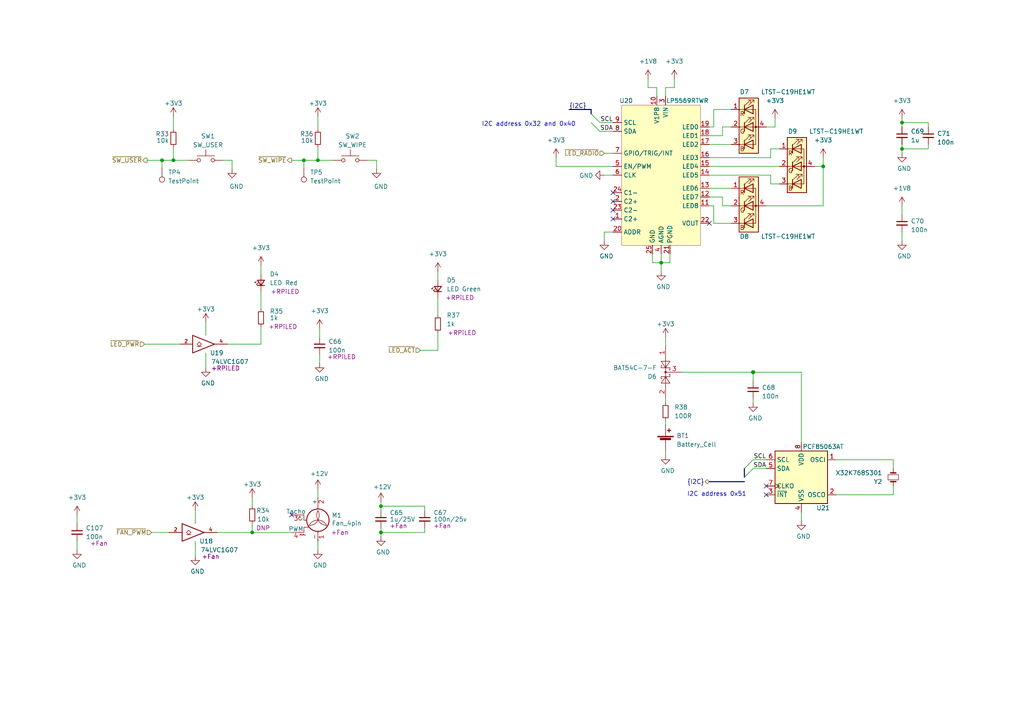
<source format=kicad_sch>
(kicad_sch (version 20210406) (generator eeschema)
  (paper "A4")
  (title_block (title "Control/RTC") (date "2021-01-12") (rev "0.1") (company "Nabu Casa") (comment 1 "www.nabucasa.com") (comment 2 "Light Blue"))
  (lib_symbols
    (symbol "74xGxx:74LVC1G07" (pin_names (offset 1.016))
      (property "Reference" "U" (at -2.54 3.81 0))
      (property "Value" "74LVC1G07" (at 0 -3.81 0))
      (symbol "74LVC1G07_0_1"
        (polyline (pts (xy -2.54 -0.635) (xy -1.27 -0.635)))
        (polyline (pts (xy -3.81 2.54) (xy -3.81 -2.54) (xy 2.54 0) (xy -3.81 2.54)) (stroke (width 0.254)))
        (polyline (pts (xy -1.905 0.635) (xy -2.54 0) (xy -1.905 -0.635) (xy -1.27 0) (xy -1.905 0.635)))
      )
      (symbol "74LVC1G07_1_1"
        (pin input line (at -7.62 0 0) (length 3.81) (name "~") (number "2"))
        (pin power_in line (at 0 -2.54 270) (length 0) hide (name "GND") (number "3"))
        (pin open_collector line (at 6.35 0 180) (length 3.81) (name "~") (number "4"))
        (pin power_in line (at 0 2.54 90) (length 0) hide (name "VCC") (number "5"))
      )
    )
    (symbol "Connector:TestPoint" (pin_numbers hide) (pin_names (offset 0.762) hide)
      (property "Reference" "TP" (at 0 6.858 0))
      (property "Value" "TestPoint" (at 0 5.08 0))
      (symbol "TestPoint_0_1"
        (circle (center 0 3.302) (radius 0.762))
      )
      (symbol "TestPoint_1_1"
        (pin passive line (at 0 0 90) (length 2.54) (name "1") (number "1"))
      )
    )
    (symbol "Device:Battery_Cell" (pin_numbers hide) (pin_names (offset 0) hide)
      (property "Reference" "BT" (at 2.54 2.54 0))
      (property "Value" "Battery_Cell" (at 2.54 0 0))
      (symbol "Battery_Cell_0_1"
        (rectangle (start -2.286 1.778) (end 2.286 1.524) (fill (type outline)))
        (rectangle (start -1.5748 1.1938) (end 1.4732 0.6858) (fill (type outline)))
        (polyline (pts (xy 0 0.762) (xy 0 0)))
        (polyline (pts (xy 0 1.778) (xy 0 2.54)))
        (polyline (pts (xy 0.508 3.429) (xy 1.524 3.429)) (stroke (width 0.254)))
        (polyline (pts (xy 1.016 3.937) (xy 1.016 2.921)) (stroke (width 0.254)))
      )
      (symbol "Battery_Cell_1_1"
        (pin passive line (at 0 5.08 270) (length 2.54) (name "+") (number "1"))
        (pin passive line (at 0 -2.54 90) (length 2.54) (name "-") (number "2"))
      )
    )
    (symbol "Device:C_Small" (pin_numbers hide) (pin_names (offset 0.254) hide)
      (property "Reference" "C" (at 0.254 1.778 0))
      (property "Value" "C_Small" (at 0.254 -2.032 0))
      (symbol "C_Small_0_1"
        (polyline (pts (xy -1.524 -0.508) (xy 1.524 -0.508)) (stroke (width 0.3302)))
        (polyline (pts (xy -1.524 0.508) (xy 1.524 0.508)) (stroke (width 0.3048)))
      )
      (symbol "C_Small_1_1"
        (pin passive line (at 0 2.54 270) (length 2.032) (name "~") (number "1"))
        (pin passive line (at 0 -2.54 90) (length 2.032) (name "~") (number "2"))
      )
    )
    (symbol "Device:Crystal_Small" (pin_numbers hide) (pin_names (offset 1.016) hide)
      (property "Reference" "Y" (at 0 2.54 0))
      (property "Value" "Crystal_Small" (at 0 -2.54 0))
      (symbol "Crystal_Small_0_1"
        (rectangle (start -0.762 -1.524) (end 0.762 1.524))
        (polyline (pts (xy -1.27 -0.762) (xy -1.27 0.762)) (stroke (width 0.381)))
        (polyline (pts (xy 1.27 -0.762) (xy 1.27 0.762)) (stroke (width 0.381)))
      )
      (symbol "Crystal_Small_1_1"
        (pin passive line (at -2.54 0 0) (length 1.27) (name "1") (number "1"))
        (pin passive line (at 2.54 0 180) (length 1.27) (name "2") (number "2"))
      )
    )
    (symbol "Device:LED_RGBA" (pin_names (offset 0) hide)
      (property "Reference" "D" (at 0 9.398 0))
      (property "Value" "LED_RGBA" (at 0 -8.89 0))
      (symbol "LED_RGBA_0_0"
        (text "B" (at -1.905 -6.35 0) (effects (font (size 1.27 1.27))))
        (text "G" (at -1.905 -1.27 0) (effects (font (size 1.27 1.27))))
        (text "R" (at -1.905 3.81 0) (effects (font (size 1.27 1.27))))
      )
      (symbol "LED_RGBA_0_1"
        (circle (center 2.032 0) (radius 0.254) (fill (type outline)))
        (rectangle (start 1.27 -1.27) (end 1.27 1.27))
        (rectangle (start 1.27 1.27) (end 1.27 1.27))
        (rectangle (start 1.27 3.81) (end 1.27 6.35))
        (rectangle (start 1.27 6.35) (end 1.27 6.35))
        (rectangle (start 2.794 8.382) (end -2.794 -7.62) (stroke (width 0.254)) (fill (type background)))
        (polyline (pts (xy -1.27 -5.08) (xy -2.54 -5.08)))
        (polyline (pts (xy -1.27 -5.08) (xy 1.27 -5.08)))
        (polyline (pts (xy -1.27 -3.81) (xy -1.27 -6.35)) (stroke (width 0.254)))
        (polyline (pts (xy -1.27 0) (xy -2.54 0)))
        (polyline (pts (xy -1.27 1.27) (xy -1.27 -1.27)) (stroke (width 0.254)))
        (polyline (pts (xy -1.27 5.08) (xy -2.54 5.08)))
        (polyline (pts (xy -1.27 5.08) (xy 1.27 5.08)))
        (polyline (pts (xy -1.27 6.35) (xy -1.27 3.81)) (stroke (width 0.254)))
        (polyline (pts (xy 1.27 0) (xy -1.27 0)))
        (polyline (pts (xy 1.27 0) (xy 2.54 0)))
        (polyline (pts (xy -1.27 1.27) (xy -1.27 -1.27) (xy -1.27 -1.27)))
        (polyline (pts (xy -1.27 6.35) (xy -1.27 3.81) (xy -1.27 3.81)))
        (polyline (pts (xy 1.27 -5.08) (xy 2.032 -5.08) (xy 2.032 5.08) (xy 1.27 5.08)))
        (polyline (pts (xy 1.27 -3.81) (xy 1.27 -6.35) (xy -1.27 -5.08) (xy 1.27 -3.81)) (stroke (width 0.254)))
        (polyline (pts (xy 1.27 1.27) (xy 1.27 -1.27) (xy -1.27 0) (xy 1.27 1.27)) (stroke (width 0.254)))
        (polyline (pts (xy 1.27 6.35) (xy 1.27 3.81) (xy -1.27 5.08) (xy 1.27 6.35)) (stroke (width 0.254)))
        (polyline (pts (xy -1.016 -3.81) (xy 0.508 -2.286) (xy -0.254 -2.286) (xy 0.508 -2.286) (xy 0.508 -3.048)))
        (polyline (pts (xy -1.016 1.27) (xy 0.508 2.794) (xy -0.254 2.794) (xy 0.508 2.794) (xy 0.508 2.032)))
        (polyline (pts (xy -1.016 6.35) (xy 0.508 7.874) (xy -0.254 7.874) (xy 0.508 7.874) (xy 0.508 7.112)))
        (polyline (pts (xy 0 -3.81) (xy 1.524 -2.286) (xy 0.762 -2.286) (xy 1.524 -2.286) (xy 1.524 -3.048)))
        (polyline (pts (xy 0 1.27) (xy 1.524 2.794) (xy 0.762 2.794) (xy 1.524 2.794) (xy 1.524 2.032)))
        (polyline (pts (xy 0 6.35) (xy 1.524 7.874) (xy 0.762 7.874) (xy 1.524 7.874) (xy 1.524 7.112)))
      )
      (symbol "LED_RGBA_1_1"
        (pin passive line (at -5.08 5.08 0) (length 2.54) (name "RK") (number "1"))
        (pin passive line (at -5.08 0 0) (length 2.54) (name "GK") (number "2"))
        (pin passive line (at -5.08 -5.08 0) (length 2.54) (name "BK") (number "3"))
        (pin passive line (at 5.08 0 180) (length 2.54) (name "A") (number "4"))
      )
    )
    (symbol "Device:LED_Small" (pin_numbers hide) (pin_names (offset 0.254) hide)
      (property "Reference" "D" (at -1.27 3.175 0))
      (property "Value" "LED_Small" (at -4.445 -2.54 0))
      (symbol "LED_Small_0_1"
        (polyline (pts (xy -0.762 -1.016) (xy -0.762 1.016)) (stroke (width 0.254)))
        (polyline (pts (xy 1.016 0) (xy -0.762 0)))
        (polyline (pts (xy 0.762 -1.016) (xy -0.762 0) (xy 0.762 1.016) (xy 0.762 -1.016)) (stroke (width 0.254)))
        (polyline (pts (xy 0 0.762) (xy -0.508 1.27) (xy -0.254 1.27) (xy -0.508 1.27) (xy -0.508 1.016)))
        (polyline (pts (xy 0.508 1.27) (xy 0 1.778) (xy 0.254 1.778) (xy 0 1.778) (xy 0 1.524)))
      )
      (symbol "LED_Small_1_1"
        (pin passive line (at -2.54 0 0) (length 1.778) (name "K") (number "1"))
        (pin passive line (at 2.54 0 180) (length 1.778) (name "A") (number "2"))
      )
    )
    (symbol "Device:R_Small" (pin_numbers hide) (pin_names (offset 0.254) hide)
      (property "Reference" "R" (at 0.762 0.508 0))
      (property "Value" "R_Small" (at 0.762 -1.016 0))
      (symbol "R_Small_0_1"
        (rectangle (start -0.762 1.778) (end 0.762 -1.778) (stroke (width 0.2032)))
      )
      (symbol "R_Small_1_1"
        (pin passive line (at 0 2.54 270) (length 0.762) (name "~") (number "1"))
        (pin passive line (at 0 -2.54 90) (length 0.762) (name "~") (number "2"))
      )
    )
    (symbol "Diode:BAT54C" (pin_names (offset 1.016))
      (property "Reference" "D" (at 0.635 -3.81 0))
      (property "Value" "BAT54C" (at -6.35 3.175 0))
      (symbol "BAT54C_0_1"
        (circle (center 0 0) (radius 0.254) (fill (type outline)))
        (polyline (pts (xy -1.905 0) (xy 1.905 0)))
        (polyline (pts (xy -1.905 1.27) (xy -1.905 1.016)))
        (polyline (pts (xy -1.27 -1.27) (xy -0.635 -1.27)))
        (polyline (pts (xy -1.27 0) (xy -3.81 0)))
        (polyline (pts (xy -1.27 1.27) (xy -1.905 1.27)))
        (polyline (pts (xy -1.27 1.27) (xy -1.27 -1.27)))
        (polyline (pts (xy -0.635 -1.27) (xy -0.635 -1.016)))
        (polyline (pts (xy 0.635 -1.27) (xy 0.635 -1.016)))
        (polyline (pts (xy 1.27 -1.27) (xy 0.635 -1.27)))
        (polyline (pts (xy 1.27 1.27) (xy 1.27 -1.27)))
        (polyline (pts (xy 1.27 1.27) (xy 1.905 1.27)))
        (polyline (pts (xy 1.905 1.27) (xy 1.905 1.016)))
        (polyline (pts (xy 3.81 0) (xy 1.27 0)))
        (polyline (pts (xy -3.175 -1.27) (xy -3.175 1.27) (xy -1.27 0) (xy -3.175 -1.27)))
        (polyline (pts (xy 3.175 -1.27) (xy 3.175 1.27) (xy 1.27 0) (xy 3.175 -1.27)))
      )
      (symbol "BAT54C_1_1"
        (pin passive line (at -7.62 0 0) (length 3.81) (name "~") (number "1"))
        (pin passive line (at 7.62 0 180) (length 3.81) (name "~") (number "2"))
        (pin passive line (at 0 -5.08 90) (length 5.08) (name "~") (number "3"))
      )
    )
    (symbol "LightBlue:LP5569"
      (property "Reference" "U" (at -10.16 21.59 0))
      (property "Value" "LP5569" (at 7.62 21.59 0))
      (symbol "LP5569_0_1"
        (rectangle (start -11.43 20.32) (end 11.43 -20.32) (stroke (width 0.0006)) (fill (type background)))
      )
      (symbol "LP5569_1_1"
        (pin input line (at -13.97 -12.7 0) (length 2.54) (name "C2+") (number "1"))
        (pin input line (at -1.27 22.86 270) (length 2.54) (name "V1P8") (number "10"))
        (pin output line (at 13.97 -8.89 180) (length 2.54) (name "LED8") (number "11"))
        (pin output line (at 13.97 -6.35 180) (length 2.54) (name "LED7") (number "12"))
        (pin output line (at 13.97 -3.81 180) (length 2.54) (name "LED6") (number "13"))
        (pin output line (at 13.97 0 180) (length 2.54) (name "LED5") (number "14"))
        (pin output line (at 13.97 2.54 180) (length 2.54) (name "LED4") (number "15"))
        (pin output line (at 13.97 5.08 180) (length 2.54) (name "LED3") (number "16"))
        (pin output line (at 13.97 8.89 180) (length 2.54) (name "LED2") (number "17"))
        (pin output line (at 13.97 11.43 180) (length 2.54) (name "LED1") (number "18"))
        (pin output line (at 13.97 13.97 180) (length 2.54) (name "LED0") (number "19"))
        (pin input line (at -13.97 -7.62 0) (length 2.54) (name "C2+") (number "2"))
        (pin input line (at -13.97 -16.51 0) (length 2.54) (name "ADDR") (number "20"))
        (pin input line (at 2.54 -22.86 90) (length 2.54) (name "PGND") (number "21"))
        (pin output line (at 13.97 -13.97 180) (length 2.54) (name "VOUT") (number "22"))
        (pin input line (at -13.97 -10.16 0) (length 2.54) (name "C2-") (number "23"))
        (pin input line (at -13.97 -5.08 0) (length 2.54) (name "C1-") (number "24"))
        (pin input line (at -2.54 -22.86 90) (length 2.54) (name "GND") (number "25"))
        (pin input line (at 1.27 22.86 270) (length 2.54) (name "VIN") (number "3"))
        (pin input line (at 0 -22.86 90) (length 2.54) (name "AGND") (number "4"))
        (pin input line (at -13.97 2.54 0) (length 2.54) (name "EN/PWM") (number "5"))
        (pin input line (at -13.97 0 0) (length 2.54) (name "CLK") (number "6"))
        (pin input line (at -13.97 6.35 0) (length 2.54) (name "GPIO/TRIG/INT") (number "7"))
        (pin bidirectional line (at -13.97 12.7 0) (length 2.54) (name "SDA") (number "8"))
        (pin input line (at -13.97 15.24 0) (length 2.54) (name "SCL") (number "9"))
      )
    )
    (symbol "Motor:Fan_4pin" (pin_names (offset 0))
      (property "Reference" "M" (at 2.54 5.08 0))
      (property "Value" "Fan_4pin" (at 2.54 -2.54 0))
      (symbol "Fan_4pin_0_0"
        (arc (start -5.588 1.524) (end -5.08 2.032) (radius (at -5.08 1.524) (length 0.508) (angles 180 90)))
        (arc (start -5.588 1.524) (end -4.572 1.524) (radius (at -5.08 1.524) (length 0.508) (angles -179.9 -0.1)))
        (polyline (pts (xy -5.08 2.032) (xy -5.334 2.159)))
        (polyline (pts (xy -5.08 2.032) (xy -5.207 1.778)))
        (polyline (pts (xy -4.064 2.54) (xy -4.064 1.016) (xy -3.302 1.016)))
      )
      (symbol "Fan_4pin_0_1"
        (arc (start 0 3.81) (end -2.54 -0.508) (radius (at -2.4892 2.3876) (length 2.8702) (angles 29.7 -91)))
        (arc (start -2.54 -0.508) (end 2.54 -0.508) (radius (at 0 -1.778) (length 2.8448) (angles 153.4 26.6)))
        (arc (start 2.54 -0.508) (end 0 3.81) (radius (at 2.6162 2.413) (length 2.921) (angles -91.5 151.9)))
        (circle (center 0 1.016) (radius 3.2512) (stroke (width 0.254)))
        (polyline (pts (xy -4.064 2.54) (xy -5.08 2.54)))
        (polyline (pts (xy 0 -5.08) (xy 0 -4.572)))
        (polyline (pts (xy 0 -2.2352) (xy 0 -2.6416)))
        (polyline (pts (xy 0 4.2672) (xy 0 4.6228)))
        (polyline (pts (xy 0 4.572) (xy 0 5.08)))
        (polyline (pts (xy -2.54 -1.016) (xy -4.064 -1.016) (xy -4.064 -2.54) (xy -5.08 -2.54)))
        (polyline (pts (xy -5.334 -3.302) (xy -5.08 -3.302) (xy -5.08 -3.048) (xy -4.826 -3.048) (xy -4.826 -3.302) (xy -4.318 -3.302) (xy -4.318 -3.048) (xy -4.064 -3.048) (xy -4.064 -3.302) (xy -3.556 -3.302)))
      )
      (symbol "Fan_4pin_1_1"
        (pin passive line (at 0 -5.08 90) (length 2.54) (name "-") (number "1"))
        (pin passive line (at 0 7.62 270) (length 2.54) (name "+") (number "2"))
        (pin passive line (at -7.62 2.54 0) (length 2.54) (name "Tacho") (number "3"))
        (pin input line (at -7.62 -2.54 0) (length 2.54) (name "PWM") (number "4"))
      )
    )
    (symbol "Switch:SW_Push" (pin_numbers hide) (pin_names (offset 1.016) hide)
      (property "Reference" "SW" (at 1.27 2.54 0))
      (property "Value" "SW_Push" (at 0 -1.524 0))
      (symbol "SW_Push_0_1"
        (circle (center -2.032 0) (radius 0.508))
        (circle (center 2.032 0) (radius 0.508))
        (polyline (pts (xy 0 1.27) (xy 0 3.048)))
        (polyline (pts (xy 2.54 1.27) (xy -2.54 1.27)))
        (pin passive line (at -5.08 0 0) (length 2.54) (name "1") (number "1"))
        (pin passive line (at 5.08 0 180) (length 2.54) (name "2") (number "2"))
      )
    )
    (symbol "Timer_RTC:PCF8563T"
      (property "Reference" "U" (at -7.62 8.89 0))
      (property "Value" "PCF8563T" (at 2.54 8.89 0))
      (symbol "PCF8563T_0_1"
        (rectangle (start -7.62 7.62) (end 7.62 -7.62) (stroke (width 0.254)) (fill (type background)))
      )
      (symbol "PCF8563T_1_1"
        (pin input line (at -10.16 5.08 0) (length 2.54) (name "OSCI") (number "1"))
        (pin output line (at -10.16 -5.08 0) (length 2.54) (name "OSCO") (number "2"))
        (pin output line (at 10.16 -5.08 180) (length 2.54) (name "~INT~") (number "3"))
        (pin power_in line (at 0 -10.16 90) (length 2.54) (name "VSS") (number "4"))
        (pin bidirectional line (at 10.16 2.54 180) (length 2.54) (name "SDA") (number "5"))
        (pin input line (at 10.16 5.08 180) (length 2.54) (name "SCL") (number "6"))
        (pin output clock (at 10.16 -2.54 180) (length 2.54) (name "CLKO") (number "7"))
        (pin power_in line (at 0 10.16 270) (length 2.54) (name "VDD") (number "8"))
      )
    )
    (symbol "power:+12V" (power) (pin_names (offset 0))
      (property "Value" "+12V" (at 0 3.556 0))
      (symbol "+12V_0_1"
        (polyline (pts (xy -0.762 1.27) (xy 0 2.54)))
        (polyline (pts (xy 0 0) (xy 0 2.54)))
        (polyline (pts (xy 0 2.54) (xy 0.762 1.27)))
      )
      (symbol "+12V_1_1"
        (pin power_in line (at 0 0 90) (length 0) hide (name "+12V") (number "1"))
      )
    )
    (symbol "power:+1V8" (power) (pin_names (offset 0))
      (property "Value" "+1V8" (at 0 3.556 0))
      (symbol "+1V8_0_1"
        (polyline (pts (xy -0.762 1.27) (xy 0 2.54)))
        (polyline (pts (xy 0 0) (xy 0 2.54)))
        (polyline (pts (xy 0 2.54) (xy 0.762 1.27)))
      )
      (symbol "+1V8_1_1"
        (pin power_in line (at 0 0 90) (length 0) hide (name "+1V8") (number "1"))
      )
    )
    (symbol "power:+3V3" (power) (pin_names (offset 0))
      (property "Value" "+3V3" (at 0 3.556 0))
      (symbol "+3V3_0_1"
        (polyline (pts (xy -0.762 1.27) (xy 0 2.54)))
        (polyline (pts (xy 0 0) (xy 0 2.54)))
        (polyline (pts (xy 0 2.54) (xy 0.762 1.27)))
      )
      (symbol "+3V3_1_1"
        (pin power_in line (at 0 0 90) (length 0) hide (name "+3V3") (number "1"))
      )
    )
    (symbol "power:GND" (power) (pin_names (offset 0))
      (property "Value" "GND" (at 0 -3.81 0))
      (symbol "GND_0_1"
        (polyline (pts (xy 0 0) (xy 0 -1.27) (xy 1.27 -1.27) (xy 0 -2.54) (xy -1.27 -1.27) (xy 0 -1.27)))
      )
      (symbol "GND_1_1"
        (pin power_in line (at 0 0 270) (length 0) hide (name "GND") (number "1"))
      )
    )
  )
  (junction (at 46.99 46.482) (diameter 0.9144))
  (junction (at 50.292 46.482) (diameter 0.9144))
  (junction (at 73.152 154.432) (diameter 0.9144))
  (junction (at 88.138 46.482) (diameter 0.9144))
  (junction (at 92.202 46.482) (diameter 0.9144))
  (junction (at 110.49 146.812) (diameter 0.9144))
  (junction (at 110.49 154.432) (diameter 0.9144))
  (junction (at 191.77 76.2) (diameter 0.9144))
  (junction (at 218.44 107.95) (diameter 1.016))
  (junction (at 238.76 48.26) (diameter 0.9144))
  (junction (at 261.62 35.56) (diameter 0.9144))
  (junction (at 261.62 43.18) (diameter 0.9144))
  (no_connect (at 84.582 149.352))
  (no_connect (at 177.8 55.88))
  (no_connect (at 177.8 58.42))
  (no_connect (at 177.8 60.96))
  (no_connect (at 177.8 63.5))
  (no_connect (at 205.74 64.77))
  (no_connect (at 222.25 140.97))
  (no_connect (at 222.25 143.51))
  (bus_entry (at 171.45 33.02) (size 2.54 2.54) (stroke (width 0.1524)))
  (bus_entry (at 171.45 35.56) (size 2.54 2.54) (stroke (width 0.1524)))
  (bus_entry (at 215.9 135.89) (size 2.54 -2.54) (stroke (width 0.1524)))
  (bus_entry (at 215.9 138.43) (size 2.54 -2.54) (stroke (width 0.1524)))
  (wire (pts (xy 22.352 149.352) (xy 22.352 151.892)))
  (wire (pts (xy 22.352 156.972) (xy 22.352 159.512)))
  (wire (pts (xy 41.91 99.822) (xy 52.07 99.822)))
  (wire (pts (xy 42.672 46.482) (xy 46.99 46.482)))
  (wire (pts (xy 43.942 154.432) (xy 49.022 154.432)))
  (wire (pts (xy 46.99 46.482) (xy 46.99 48.768)))
  (wire (pts (xy 46.99 46.482) (xy 50.292 46.482)))
  (wire (pts (xy 50.292 37.592) (xy 50.292 33.782)))
  (wire (pts (xy 50.292 42.672) (xy 50.292 46.482)))
  (wire (pts (xy 50.292 46.482) (xy 54.61 46.482)))
  (wire (pts (xy 56.642 148.082) (xy 56.642 151.892)))
  (wire (pts (xy 56.642 156.972) (xy 56.642 161.29)))
  (wire (pts (xy 59.69 93.472) (xy 59.69 97.282)))
  (wire (pts (xy 59.69 102.362) (xy 59.69 106.68)))
  (wire (pts (xy 62.992 154.432) (xy 73.152 154.432)))
  (wire (pts (xy 64.77 46.482) (xy 67.31 46.482)))
  (wire (pts (xy 66.04 99.822) (xy 75.692 99.822)))
  (wire (pts (xy 67.31 46.482) (xy 67.31 49.022)))
  (wire (pts (xy 73.152 146.812) (xy 73.152 144.272)))
  (wire (pts (xy 73.152 151.892) (xy 73.152 154.432)))
  (wire (pts (xy 73.152 154.432) (xy 84.582 154.432)))
  (wire (pts (xy 75.692 76.962) (xy 75.692 79.502)))
  (wire (pts (xy 75.692 84.582) (xy 75.692 89.662)))
  (wire (pts (xy 75.692 99.822) (xy 75.692 94.742)))
  (wire (pts (xy 84.582 46.482) (xy 88.138 46.482)))
  (wire (pts (xy 88.138 46.482) (xy 88.138 48.768)))
  (wire (pts (xy 88.138 46.482) (xy 92.202 46.482)))
  (wire (pts (xy 92.202 37.592) (xy 92.202 33.782)))
  (wire (pts (xy 92.202 42.672) (xy 92.202 46.482)))
  (wire (pts (xy 92.202 46.482) (xy 96.52 46.482)))
  (wire (pts (xy 92.202 141.732) (xy 92.202 144.272)))
  (wire (pts (xy 92.202 156.972) (xy 92.202 159.512)))
  (wire (pts (xy 92.71 95.25) (xy 92.71 97.79)))
  (wire (pts (xy 92.71 102.87) (xy 92.71 105.41)))
  (wire (pts (xy 106.68 46.482) (xy 109.22 46.482)))
  (wire (pts (xy 109.22 46.482) (xy 109.22 49.022)))
  (wire (pts (xy 110.49 145.542) (xy 110.49 146.812)))
  (wire (pts (xy 110.49 146.812) (xy 110.49 148.082)))
  (wire (pts (xy 110.49 146.812) (xy 123.19 146.812)))
  (wire (pts (xy 110.49 153.162) (xy 110.49 154.432)))
  (wire (pts (xy 110.49 154.432) (xy 110.49 155.702)))
  (wire (pts (xy 110.49 154.432) (xy 123.19 154.432)))
  (wire (pts (xy 121.92 101.6) (xy 127 101.6)))
  (wire (pts (xy 123.19 148.082) (xy 123.19 146.812)))
  (wire (pts (xy 123.19 153.162) (xy 123.19 154.432)))
  (wire (pts (xy 127 78.74) (xy 127 81.28)))
  (wire (pts (xy 127 86.36) (xy 127 91.44)))
  (wire (pts (xy 127 96.52) (xy 127 101.6)))
  (wire (pts (xy 161.29 45.72) (xy 161.29 48.26)))
  (wire (pts (xy 161.29 48.26) (xy 177.8 48.26)))
  (wire (pts (xy 175.26 44.45) (xy 177.8 44.45)))
  (wire (pts (xy 175.26 50.8) (xy 177.8 50.8)))
  (wire (pts (xy 175.26 67.31) (xy 177.8 67.31)))
  (wire (pts (xy 175.26 69.85) (xy 175.26 67.31)))
  (wire (pts (xy 177.8 35.56) (xy 173.99 35.56)))
  (wire (pts (xy 177.8 38.1) (xy 173.99 38.1)))
  (wire (pts (xy 187.96 22.86) (xy 187.96 25.4)))
  (wire (pts (xy 187.96 25.4) (xy 190.5 25.4)))
  (wire (pts (xy 189.23 73.66) (xy 189.23 76.2)))
  (wire (pts (xy 189.23 76.2) (xy 191.77 76.2)))
  (wire (pts (xy 190.5 25.4) (xy 190.5 27.94)))
  (wire (pts (xy 191.77 73.66) (xy 191.77 76.2)))
  (wire (pts (xy 191.77 76.2) (xy 191.77 78.74)))
  (wire (pts (xy 191.77 76.2) (xy 194.31 76.2)))
  (wire (pts (xy 193.04 25.4) (xy 193.04 27.94)))
  (wire (pts (xy 193.04 97.79) (xy 193.04 100.33)))
  (wire (pts (xy 193.04 115.57) (xy 193.04 116.84)))
  (wire (pts (xy 193.04 121.92) (xy 193.04 123.19)))
  (wire (pts (xy 193.04 130.81) (xy 193.04 132.08)))
  (wire (pts (xy 194.31 76.2) (xy 194.31 73.66)))
  (wire (pts (xy 195.58 22.86) (xy 195.58 25.4)))
  (wire (pts (xy 195.58 25.4) (xy 193.04 25.4)))
  (wire (pts (xy 198.12 107.95) (xy 218.44 107.95)))
  (wire (pts (xy 205.74 36.83) (xy 207.01 36.83)))
  (wire (pts (xy 205.74 39.37) (xy 209.55 39.37)))
  (wire (pts (xy 205.74 41.91) (xy 212.09 41.91)))
  (wire (pts (xy 205.74 45.72) (xy 223.52 45.72)))
  (wire (pts (xy 205.74 48.26) (xy 226.06 48.26)))
  (wire (pts (xy 205.74 50.8) (xy 223.52 50.8)))
  (wire (pts (xy 205.74 54.61) (xy 212.09 54.61)))
  (wire (pts (xy 205.74 57.15) (xy 209.55 57.15)))
  (wire (pts (xy 205.74 59.69) (xy 207.01 59.69)))
  (wire (pts (xy 207.01 31.75) (xy 212.09 31.75)))
  (wire (pts (xy 207.01 36.83) (xy 207.01 31.75)))
  (wire (pts (xy 207.01 59.69) (xy 207.01 64.77)))
  (wire (pts (xy 207.01 64.77) (xy 212.09 64.77)))
  (wire (pts (xy 209.55 36.83) (xy 212.09 36.83)))
  (wire (pts (xy 209.55 39.37) (xy 209.55 36.83)))
  (wire (pts (xy 209.55 57.15) (xy 209.55 59.69)))
  (wire (pts (xy 209.55 59.69) (xy 212.09 59.69)))
  (wire (pts (xy 218.44 107.95) (xy 218.44 110.49)))
  (wire (pts (xy 218.44 107.95) (xy 232.41 107.95)))
  (wire (pts (xy 218.44 115.57) (xy 218.44 116.84)))
  (wire (pts (xy 222.25 36.83) (xy 224.79 36.83)))
  (wire (pts (xy 222.25 59.69) (xy 238.76 59.69)))
  (wire (pts (xy 222.25 133.35) (xy 218.44 133.35)))
  (wire (pts (xy 222.25 135.89) (xy 218.44 135.89)))
  (wire (pts (xy 223.52 43.18) (xy 226.06 43.18)))
  (wire (pts (xy 223.52 45.72) (xy 223.52 43.18)))
  (wire (pts (xy 223.52 50.8) (xy 223.52 53.34)))
  (wire (pts (xy 223.52 53.34) (xy 226.06 53.34)))
  (wire (pts (xy 224.79 34.29) (xy 224.79 36.83)))
  (wire (pts (xy 232.41 107.95) (xy 232.41 128.27)))
  (wire (pts (xy 232.41 148.59) (xy 232.41 151.13)))
  (wire (pts (xy 236.22 48.26) (xy 238.76 48.26)))
  (wire (pts (xy 238.76 48.26) (xy 238.76 45.72)))
  (wire (pts (xy 238.76 59.69) (xy 238.76 48.26)))
  (wire (pts (xy 242.57 133.35) (xy 259.08 133.35)))
  (wire (pts (xy 242.57 143.51) (xy 259.08 143.51)))
  (wire (pts (xy 259.08 135.89) (xy 259.08 133.35)))
  (wire (pts (xy 259.08 140.97) (xy 259.08 143.51)))
  (wire (pts (xy 261.62 34.29) (xy 261.62 35.56)))
  (wire (pts (xy 261.62 35.56) (xy 261.62 36.83)))
  (wire (pts (xy 261.62 41.91) (xy 261.62 43.18)))
  (wire (pts (xy 261.62 43.18) (xy 261.62 44.45)))
  (wire (pts (xy 261.62 43.18) (xy 269.24 43.18)))
  (wire (pts (xy 261.62 59.69) (xy 261.62 62.23)))
  (wire (pts (xy 261.62 67.31) (xy 261.62 69.85)))
  (wire (pts (xy 269.24 35.56) (xy 261.62 35.56)))
  (wire (pts (xy 269.24 36.83) (xy 269.24 35.56)))
  (wire (pts (xy 269.24 41.91) (xy 269.24 43.18)))
  (bus (pts (xy 165.1 31.75) (xy 171.45 31.75)))
  (bus (pts (xy 171.45 31.75) (xy 171.45 35.56)))
  (bus (pts (xy 215.9 135.89) (xy 215.9 139.7)))
  (bus (pts (xy 215.9 139.7) (xy 205.74 139.7)))
  (text "I2C address 0x32 and 0x40" (at 139.7 36.83 0) (effects (font (size 1.27 1.27)) (justify left bottom)))
  (text "I2C address 0x51" (at 216.535 144.145 180) (effects (font (size 1.27 1.27)) (justify right bottom)))
  (label "{I2C}" (at 165.1 31.75 0))
  (label "SCL" (at 177.8 35.56 180))
  (label "SDA" (at 177.8 38.1 180))
  (label "SCL" (at 222.25 133.35 180))
  (label "SDA" (at 222.25 135.89 180))
  (hierarchical_label "~LED_PWR" (shape input) (at 41.91 99.822 180))
  (hierarchical_label "~SW_USER" (shape output) (at 42.672 46.482 180))
  (hierarchical_label "~FAN_PWM" (shape input) (at 43.942 154.432 180))
  (hierarchical_label "~SW_WIPE" (shape output) (at 84.582 46.482 180))
  (hierarchical_label "~LED_ACT" (shape input) (at 121.92 101.6 180))
  (hierarchical_label "~LED_RADIO" (shape input) (at 175.26 44.45 180))
  (hierarchical_label "{I2C}" (shape bidirectional) (at 205.74 139.7 180))
  (symbol (lib_id "power:+3V3") (at 22.352 149.352 0) (unit 1)
    (property "Reference" "#PWR027" (effects hide))
    (property "Value" "+3V3" (at 22.352 144.272 0))
  )
  (symbol (lib_id "power:+3V3") (at 50.292 33.782 0) (unit 1)
    (property "Reference" "#PWR0114" (effects hide))
    (property "Value" "+3V3" (at 50.292 29.972 0))
  )
  (symbol (lib_id "power:+3V3") (at 56.642 148.082 0) (unit 1)
    (property "Reference" "#PWR0115" (effects hide))
    (property "Value" "+3V3" (at 56.642 144.272 0))
  )
  (symbol (lib_id "power:+3V3") (at 59.69 93.472 0) (unit 1)
    (property "Reference" "#PWR0117" (effects hide))
    (property "Value" "+3V3" (at 59.69 89.662 0))
  )
  (symbol (lib_id "power:+3V3") (at 73.152 144.272 0) (unit 1)
    (property "Reference" "#PWR0120" (effects hide))
    (property "Value" "+3V3" (at 73.152 140.462 0))
  )
  (symbol (lib_id "power:+3V3") (at 75.692 76.962 0) (unit 1)
    (property "Reference" "#PWR0121" (effects hide))
    (property "Value" "+3V3" (at 75.692 71.882 0))
  )
  (symbol (lib_id "power:+3V3") (at 92.202 33.782 0) (unit 1)
    (property "Reference" "#PWR0122" (effects hide))
    (property "Value" "+3V3" (at 92.202 29.972 0))
  )
  (symbol (lib_id "power:+12V") (at 92.202 141.732 0) (unit 1)
    (property "Reference" "#PWR0123" (effects hide))
    (property "Value" "+12V" (at 92.5703 137.4076 0))
  )
  (symbol (lib_id "power:+3V3") (at 92.71 95.25 0) (unit 1)
    (property "Reference" "#PWR0129" (effects hide))
    (property "Value" "+3V3" (at 92.71 90.17 0))
  )
  (symbol (lib_id "power:+12V") (at 110.49 145.542 0) (unit 1)
    (property "Reference" "#PWR0126" (effects hide))
    (property "Value" "+12V" (at 110.8583 141.2176 0))
  )
  (symbol (lib_id "power:+3V3") (at 127 78.74 0) (unit 1)
    (property "Reference" "#PWR0128" (effects hide))
    (property "Value" "+3V3" (at 127 73.66 0))
  )
  (symbol (lib_id "power:+3V3") (at 161.29 45.72 0) (unit 1)
    (property "Reference" "#PWR0131" (effects hide))
    (property "Value" "+3V3" (at 161.29 40.64 0))
  )
  (symbol (lib_id "power:+1V8") (at 187.96 22.86 0) (unit 1)
    (property "Reference" "#PWR0134" (effects hide))
    (property "Value" "+1V8" (at 187.96 17.78 0))
  )
  (symbol (lib_id "power:+3V3") (at 193.04 97.79 0) (unit 1)
    (property "Reference" "#PWR0136" (effects hide))
    (property "Value" "+3V3" (at 193.04 93.98 0))
  )
  (symbol (lib_id "power:+3V3") (at 195.58 22.86 0) (unit 1)
    (property "Reference" "#PWR0138" (effects hide))
    (property "Value" "+3V3" (at 195.58 17.78 0))
  )
  (symbol (lib_id "power:+3V3") (at 224.79 34.29 0) (unit 1)
    (property "Reference" "#PWR0140" (effects hide))
    (property "Value" "+3V3" (at 224.79 29.21 0))
  )
  (symbol (lib_id "power:+3V3") (at 238.76 45.72 0) (unit 1)
    (property "Reference" "#PWR0142" (effects hide))
    (property "Value" "+3V3" (at 238.76 40.64 0))
  )
  (symbol (lib_id "power:+3V3") (at 261.62 34.29 0) (unit 1)
    (property "Reference" "#PWR0143" (effects hide))
    (property "Value" "+3V3" (at 261.62 29.21 0))
  )
  (symbol (lib_id "power:+1V8") (at 261.62 59.69 0) (unit 1)
    (property "Reference" "#PWR0145" (effects hide))
    (property "Value" "+1V8" (at 261.62 54.61 0))
  )
  (symbol (lib_id "Connector:TestPoint") (at 46.99 48.768 180) (unit 1)
    (property "Reference" "TP4" (at 48.768 49.9744 0) (effects (justify right)))
    (property "Value" "TestPoint" (at 48.768 52.5144 0) (effects (justify right)))
    (property "Footprint" "TestPoint:TestPoint_Pad_D1.0mm" (effects hide))
  )
  (symbol (lib_id "Connector:TestPoint") (at 88.138 48.768 180) (unit 1)
    (property "Reference" "TP5" (at 89.916 49.9744 0) (effects (justify right)))
    (property "Value" "TestPoint" (at 89.916 52.5144 0) (effects (justify right)))
    (property "Footprint" "TestPoint:TestPoint_Pad_D1.0mm" (effects hide))
  )
  (symbol (lib_id "power:GND") (at 22.352 159.512 0) (unit 1)
    (property "Reference" "#PWR0196" (effects hide))
    (property "Value" "GND" (at 22.987 163.957 0))
  )
  (symbol (lib_id "power:GND") (at 56.642 161.29 0) (unit 1)
    (property "Reference" "#PWR0116" (effects hide))
    (property "Value" "GND" (at 57.277 165.735 0))
  )
  (symbol (lib_id "power:GND") (at 59.69 106.68 0) (unit 1)
    (property "Reference" "#PWR0118" (effects hide))
    (property "Value" "GND" (at 60.325 111.125 0))
  )
  (symbol (lib_id "power:GND") (at 67.31 49.022 0) (unit 1)
    (property "Reference" "#PWR0119" (effects hide))
    (property "Value" "GND" (at 68.58 54.102 0))
  )
  (symbol (lib_id "power:GND") (at 92.202 159.512 0) (unit 1)
    (property "Reference" "#PWR0124" (effects hide))
    (property "Value" "GND" (at 92.837 163.957 0))
  )
  (symbol (lib_id "power:GND") (at 92.71 105.41 0) (unit 1)
    (property "Reference" "#PWR0130" (effects hide))
    (property "Value" "GND" (at 93.345 109.855 0))
  )
  (symbol (lib_id "power:GND") (at 109.22 49.022 0) (unit 1)
    (property "Reference" "#PWR0125" (effects hide))
    (property "Value" "GND" (at 110.49 54.102 0))
  )
  (symbol (lib_id "power:GND") (at 110.49 155.702 0) (unit 1)
    (property "Reference" "#PWR0127" (effects hide))
    (property "Value" "GND" (at 111.125 160.147 0))
  )
  (symbol (lib_id "power:GND") (at 175.26 50.8 270) (unit 1)
    (property "Reference" "#PWR0132" (effects hide))
    (property "Value" "GND" (at 172.085 50.9143 90) (effects (justify right)))
  )
  (symbol (lib_id "power:GND") (at 175.26 69.85 0) (unit 1)
    (property "Reference" "#PWR0133" (effects hide))
    (property "Value" "GND" (at 175.895 74.295 0))
  )
  (symbol (lib_id "power:GND") (at 191.77 78.74 0) (unit 1)
    (property "Reference" "#PWR0135" (effects hide))
    (property "Value" "GND" (at 192.405 83.185 0))
  )
  (symbol (lib_id "power:GND") (at 193.04 132.08 0) (unit 1)
    (property "Reference" "#PWR0137" (effects hide))
    (property "Value" "GND" (at 193.675 136.525 0))
  )
  (symbol (lib_id "power:GND") (at 218.44 116.84 0) (unit 1)
    (property "Reference" "#PWR0139" (effects hide))
    (property "Value" "GND" (at 219.075 121.285 0))
  )
  (symbol (lib_id "power:GND") (at 232.41 151.13 0) (unit 1)
    (property "Reference" "#PWR0141" (effects hide))
    (property "Value" "GND" (at 233.045 155.575 0))
  )
  (symbol (lib_id "power:GND") (at 261.62 44.45 0) (unit 1)
    (property "Reference" "#PWR0144" (effects hide))
    (property "Value" "GND" (at 262.255 48.895 0))
  )
  (symbol (lib_id "power:GND") (at 261.62 69.85 0) (unit 1)
    (property "Reference" "#PWR0146" (effects hide))
    (property "Value" "GND" (at 262.255 74.295 0))
  )
  (symbol (lib_id "Device:R_Small") (at 50.292 40.132 180) (unit 1)
    (property "Reference" "R33" (at 49.022 38.862 0) (effects (justify left)))
    (property "Value" "10k" (at 49.022 40.767 0) (effects (justify left)))
    (property "Footprint" "Resistor_SMD:R_0402_1005Metric" (effects hide))
  )
  (symbol (lib_id "Device:R_Small") (at 73.152 149.352 180) (unit 1)
    (property "Reference" "R34" (at 78.232 148.082 0) (effects (justify left)))
    (property "Value" "10k" (at 78.232 150.622 0) (effects (justify left)))
    (property "Footprint" "Resistor_SMD:R_0402_1005Metric" (effects hide))
    (property "Config" "DNP" (at 76.327 153.162 0))
  )
  (symbol (lib_id "Device:R_Small") (at 75.692 92.202 0) (unit 1)
    (property "Reference" "R35" (at 78.232 90.297 0) (effects (justify left)))
    (property "Value" "1k" (at 78.232 92.202 0) (effects (justify left)))
    (property "Footprint" "Resistor_SMD:R_0402_1005Metric" (effects hide))
    (property "Config" "+RPiLED" (at 82.042 94.742 0))
  )
  (symbol (lib_id "Device:R_Small") (at 92.202 40.132 180) (unit 1)
    (property "Reference" "R36" (at 90.932 38.862 0) (effects (justify left)))
    (property "Value" "10k" (at 90.932 40.767 0) (effects (justify left)))
    (property "Footprint" "Resistor_SMD:R_0402_1005Metric" (effects hide))
  )
  (symbol (lib_id "Device:R_Small") (at 127 93.98 0) (unit 1)
    (property "Reference" "R37" (at 129.54 91.44 0) (effects (justify left)))
    (property "Value" "1k" (at 129.54 93.98 0) (effects (justify left)))
    (property "Footprint" "Resistor_SMD:R_0402_1005Metric" (effects hide))
    (property "Config" "+RPiLED" (at 133.985 96.52 0))
  )
  (symbol (lib_id "Device:R_Small") (at 193.04 119.38 0) (unit 1)
    (property "Reference" "R38" (at 195.58 118.11 0) (effects (justify left)))
    (property "Value" "100R" (at 195.58 120.65 0) (effects (justify left)))
    (property "Footprint" "Resistor_SMD:R_0402_1005Metric" (effects hide))
  )
  (symbol (lib_id "Device:LED_Small") (at 75.692 82.042 90) (unit 1)
    (property "Reference" "D4" (at 78.232 79.502 90) (effects (justify right)))
    (property "Value" "LED Red" (at 78.232 82.042 90) (effects (justify right)))
    (property "Footprint" "LED_SMD:LED_0603_1608Metric" (effects hide))
    (property "Manufacturer" "Lite-On" (effects hide))
    (property "PartNumber" "LTST-C194KRKT" (effects hide))
    (property "Config" "+RPiLED" (at 82.677 84.582 90))
  )
  (symbol (lib_id "Device:LED_Small") (at 127 83.82 90) (unit 1)
    (property "Reference" "D5" (at 129.54 81.28 90) (effects (justify right)))
    (property "Value" "LED Green" (at 129.54 83.82 90) (effects (justify right)))
    (property "Footprint" "LED_SMD:LED_0603_1608Metric" (effects hide))
    (property "Manufacturer" "Lite-On" (effects hide))
    (property "PartNumber" "LTST-C194TGKT" (effects hide))
    (property "Config" "+RPiLED" (at 133.35 86.36 90))
  )
  (symbol (lib_id "Device:Crystal_Small") (at 259.08 138.43 270) (unit 1)
    (property "Reference" "Y2" (at 255.905 139.7 90) (effects (justify right)))
    (property "Value" "X32K768S301" (at 255.905 137.16 90) (effects (justify right)))
    (property "Footprint" "Crystal:Crystal_SMD_3215-2Pin_3.2x1.5mm" (effects hide))
    (property "Manufacturer" "Epson" (effects hide))
    (property "PartNumber" "FC-135 32.7680KA-A3" (effects hide))
  )
  (symbol (lib_id "Device:C_Small") (at 22.352 154.432 0) (unit 1)
    (property "Reference" "C107" (at 24.892 153.162 0) (effects (justify left)))
    (property "Value" "100n" (at 24.892 155.702 0) (effects (justify left)))
    (property "Footprint" "Capacitor_SMD:C_0402_1005Metric" (effects hide))
    (property "Config" "+Fan" (at 28.702 157.607 0))
  )
  (symbol (lib_id "Device:C_Small") (at 92.71 100.33 0) (unit 1)
    (property "Reference" "C66" (at 95.25 99.06 0) (effects (justify left)))
    (property "Value" "100n" (at 95.25 101.6 0) (effects (justify left)))
    (property "Footprint" "Capacitor_SMD:C_0402_1005Metric" (effects hide))
    (property "Config" "+RPiLED" (at 99.06 103.505 0))
  )
  (symbol (lib_id "Device:C_Small") (at 110.49 150.622 0) (unit 1)
    (property "Reference" "C65" (at 113.03 148.717 0) (effects (justify left)))
    (property "Value" "1u/25V" (at 113.03 150.622 0) (effects (justify left)))
    (property "Footprint" "Capacitor_SMD:C_0402_1005Metric" (effects hide))
    (property "Config" "+Fan" (at 115.57 152.527 0))
  )
  (symbol (lib_id "Device:C_Small") (at 123.19 150.622 0) (unit 1)
    (property "Reference" "C67" (at 125.73 148.717 0) (effects (justify left)))
    (property "Value" "100n/25v" (at 125.73 150.622 0) (effects (justify left)))
    (property "Footprint" "Capacitor_SMD:C_0402_1005Metric" (effects hide))
    (property "Config" "+Fan" (at 128.27 152.527 0))
  )
  (symbol (lib_id "Device:C_Small") (at 218.44 113.03 0) (unit 1)
    (property "Reference" "C68" (at 220.98 112.395 0) (effects (justify left)))
    (property "Value" "100n" (at 220.98 114.935 0) (effects (justify left)))
    (property "Footprint" "Capacitor_SMD:C_0402_1005Metric" (effects hide))
  )
  (symbol (lib_id "Device:C_Small") (at 261.62 39.37 0) (unit 1)
    (property "Reference" "C69" (at 264.16 38.1 0) (effects (justify left)))
    (property "Value" "1u" (at 264.16 40.64 0) (effects (justify left)))
    (property "Footprint" "Capacitor_SMD:C_0402_1005Metric" (effects hide))
  )
  (symbol (lib_id "Device:C_Small") (at 261.62 64.77 0) (unit 1)
    (property "Reference" "C70" (at 264.16 64.135 0) (effects (justify left)))
    (property "Value" "100n" (at 264.16 66.675 0) (effects (justify left)))
    (property "Footprint" "Capacitor_SMD:C_0402_1005Metric" (effects hide))
  )
  (symbol (lib_id "Device:C_Small") (at 269.24 39.37 0) (unit 1)
    (property "Reference" "C71" (at 271.78 38.735 0) (effects (justify left)))
    (property "Value" "100n" (at 271.78 41.275 0) (effects (justify left)))
    (property "Footprint" "Capacitor_SMD:C_0402_1005Metric" (effects hide))
  )
  (symbol (lib_id "Device:Battery_Cell") (at 193.04 128.27 0) (unit 1)
    (property "Reference" "BT1" (at 196.215 126.365 0) (effects (justify left)))
    (property "Value" "Battery_Cell" (at 196.215 128.905 0) (effects (justify left)))
    (property "Footprint" "Battery:BatteryHolder_Keystone_1060_1x2032" (effects hide))
    (property "Manufacturer" "Keystone" (effects hide))
    (property "PartNumber" "1060" (effects hide))
  )
  (symbol (lib_id "Switch:SW_Push") (at 59.69 46.482 0) (unit 1)
    (property "Reference" "SW1" (at 60.325 39.497 0))
    (property "Value" "SW_USER" (at 60.325 42.037 0))
    (property "Footprint" "Button_Switch_THT:SW_Tactile_SPST_Angled_PTS645Vx83-2LFS" (effects hide))
    (property "Manufacturer" "C&K" (effects hide))
    (property "PartNumber" "PTS645VM83-2 LFS" (effects hide))
  )
  (symbol (lib_id "Switch:SW_Push") (at 101.6 46.482 0) (unit 1)
    (property "Reference" "SW2" (at 102.235 39.497 0))
    (property "Value" "SW_WIPE" (at 102.235 42.037 0))
    (property "Footprint" "Button_Switch_THT:SW_Tactile_SPST_Angled_PTS645Vx58-2LFS" (effects hide))
    (property "Manufacturer" "C&K" (effects hide))
    (property "PartNumber" "PTS645VK58-2 LFS" (effects hide))
  )
  (symbol (lib_id "74xGxx:74LVC1G07") (at 56.642 154.432 0) (unit 1)
    (property "Reference" "U18" (at 59.817 156.972 0))
    (property "Value" "74LVC1G07" (at 63.627 159.512 0))
    (property "Footprint" "Package_TO_SOT_SMD:SOT-353_SC-70-5" (effects hide))
    (property "Datasheet" "http://www.ti.com/lit/sg/scyt129e/scyt129e.pdf" (effects hide))
    (property "Manufacturer" "NXP USA" (effects hide))
    (property "PartNumber" "74LVC1G07GW" (effects hide))
    (property "Config" "+Fan" (at 61.087 161.417 0))
  )
  (symbol (lib_id "74xGxx:74LVC1G07") (at 59.69 99.822 0) (unit 1)
    (property "Reference" "U19" (at 62.865 102.362 0))
    (property "Value" "74LVC1G07" (at 66.675 104.902 0))
    (property "Footprint" "Package_TO_SOT_SMD:SOT-353_SC-70-5" (effects hide))
    (property "Datasheet" "http://www.ti.com/lit/sg/scyt129e/scyt129e.pdf" (effects hide))
    (property "Manufacturer" "NXP USA" (effects hide))
    (property "PartNumber" "74LVC1G07GW" (effects hide))
    (property "Config" "+RPiLED" (at 65.405 106.807 0))
  )
  (symbol (lib_id "Diode:BAT54C") (at 193.04 107.95 90) (mirror x) (unit 1)
    (property "Reference" "D6" (at 190.5 109.22 90) (effects (justify left)))
    (property "Value" "BAT54C-7-F" (at 190.5 106.68 90) (effects (justify left)))
    (property "Footprint" "Package_TO_SOT_SMD:SOT-23" (effects hide))
    (property "Datasheet" "http://www.diodes.com/_files/datasheets/ds11005.pdf" (effects hide))
    (property "Manufacturer" "Diodes Incorporated" (effects hide))
    (property "PartNumber" "BAT54C-7-F" (effects hide))
  )
  (symbol (lib_id "Motor:Fan_4pin") (at 92.202 151.892 0) (unit 1)
    (property "Reference" "M1" (at 96.2153 149.4726 0) (effects (justify left)))
    (property "Value" "Fan_4pin" (at 96.2153 151.7713 0) (effects (justify left)))
    (property "Footprint" "Connector:FanPinHeader_1x04_P2.54mm_Vertical" (effects hide))
    (property "Datasheet" "http://www.formfactors.org/developer%5Cspecs%5Crev1_2_public.pdf" (effects hide))
    (property "Manufacturer" "Molex" (effects hide))
    (property "PartNumber" "47053-1000" (effects hide))
    (property "Config" "+Fan" (at 98.552 154.432 0))
  )
  (symbol (lib_id "Device:LED_RGBA") (at 217.17 36.83 0) (unit 1)
    (property "Reference" "D7" (at 215.9 26.67 0))
    (property "Value" "LTST-C19HE1WT" (at 228.6 26.67 0))
    (property "Footprint" "LED_SMD:LED_LiteOn_LTST-C19HE1WT" (effects hide))
    (property "Datasheet" "https://www.mouser.ch/datasheet/2/678/SMB-KTF0-0A306-DS100_2017-09-15-1279410.pdf" (effects hide))
    (property "Manufacturer" "Lite-On" (effects hide))
    (property "PartNumber" "C19HE1WT" (effects hide))
  )
  (symbol (lib_id "Device:LED_RGBA") (at 217.17 59.69 0) (unit 1)
    (property "Reference" "D8" (at 215.9 68.58 0))
    (property "Value" "LTST-C19HE1WT" (at 228.6 68.58 0))
    (property "Footprint" "LED_SMD:LED_LiteOn_LTST-C19HE1WT" (effects hide))
    (property "Datasheet" "https://www.mouser.ch/datasheet/2/678/SMB-KTF0-0A306-DS100_2017-09-15-1279410.pdf" (effects hide))
    (property "Manufacturer" "Lite-On" (effects hide))
    (property "PartNumber" "C19HE1WT" (effects hide))
  )
  (symbol (lib_id "Device:LED_RGBA") (at 231.14 48.26 0) (unit 1)
    (property "Reference" "D9" (at 229.87 38.1 0))
    (property "Value" "LTST-C19HE1WT" (at 242.57 38.1 0))
    (property "Footprint" "LED_SMD:LED_LiteOn_LTST-C19HE1WT" (effects hide))
    (property "Datasheet" "https://www.mouser.ch/datasheet/2/678/SMB-KTF0-0A306-DS100_2017-09-15-1279410.pdf" (effects hide))
    (property "Manufacturer" "Lite-On" (effects hide))
    (property "PartNumber" "C19HE1WT" (effects hide))
  )
  (symbol (lib_id "Timer_RTC:PCF8563T") (at 232.41 138.43 0) (mirror y) (unit 1)
    (property "Reference" "U21" (at 238.76 147.32 0))
    (property "Value" "PCF85063AT" (at 238.76 129.54 0))
    (property "Footprint" "Package_SO:SOIC-8_3.9x4.9mm_P1.27mm" (effects hide))
    (property "Datasheet" "https://assets.nexperia.com/documents/data-sheet/PCF8563.pdf" (effects hide))
    (property "Manufacturer" "NXP USA" (effects hide))
    (property "PartNumber" "PCF85063AT/AY" (effects hide))
  )
  (symbol (lib_id "LightBlue:LP5569") (at 191.77 50.8 0) (unit 1)
    (property "Reference" "U20" (at 181.61 29.21 0))
    (property "Value" "LP5569RTWR" (at 199.39 29.21 0))
    (property "Footprint" "Package_DFN_QFN:WQFN-24-1EP_4x4mm_P0.5mm_EP2.45x2.45mm" (effects hide))
    (property "Datasheet" "https://www.ti.com/lit/ds/symlink/lp5569.pdf" (effects hide))
    (property "Manufacturer" "Texas Instruments" (effects hide))
    (property "PartNumber" "LP5569RTWR" (effects hide))
  )
)
</source>
